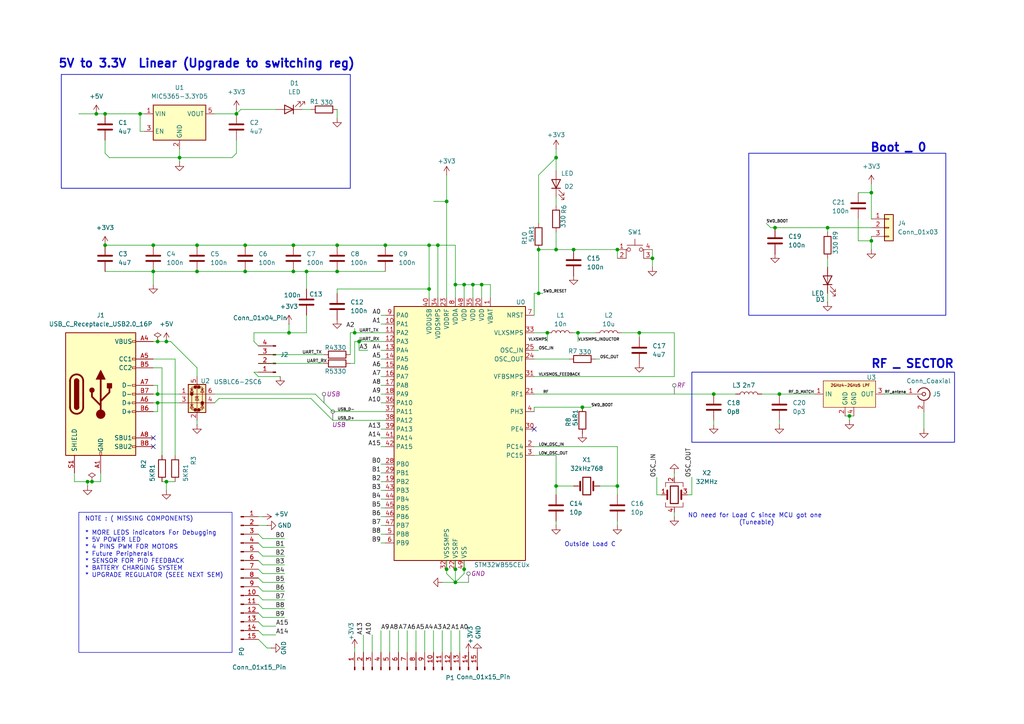
<source format=kicad_sch>
(kicad_sch (version 20231120) (generator "eeschema") (generator_version "8.0")
  (paper "A4")
  (title_block (date "2024-06-13") (rev "A"))
  (junction (at 132.08 82.55))
  (junction (at 179.07 72.39))
  (junction (at 124.46 83.82))
  (junction (at 252.73 69.85))
  (junction (at 207.01 114.3))
  (junction (at 158.75 96.52))
  (junction (at 44.45 78.74))
  (junction (at 139.7 82.55))
  (junction (at 132.08 168.91))
  (junction (at 48.26 139.7))
  (junction (at 129.54 58.42))
  (junction (at 240.03 66.04))
  (junction (at 48.26 99.06))
  (junction (at 25.4 139.7))
  (junction (at 132.08 165.1))
  (junction (at 156.21 85.09))
  (junction (at 30.48 71.12))
  (junction (at 26.67 139.7))
  (junction (at 111.76 71.12))
  (junction (at 57.15 71.12))
  (junction (at 156.21 72.39))
  (junction (at 104.14 99.06))
  (junction (at 134.62 165.1))
  (junction (at 127 71.12))
  (junction (at 226.06 114.3))
  (junction (at 27.94 33.02))
  (junction (at 161.29 45.72))
  (junction (at 52.07 45.72))
  (junction (at 179.07 140.97))
  (junction (at 71.12 78.74))
  (junction (at 85.09 78.74))
  (junction (at 134.62 82.55))
  (junction (at 88.9 78.74))
  (junction (at 161.29 72.39))
  (junction (at 30.48 33.02))
  (junction (at 45.72 114.3))
  (junction (at 246.38 120.65))
  (junction (at 68.58 33.02))
  (junction (at 97.79 71.12))
  (junction (at 97.79 78.74))
  (junction (at 185.42 96.52))
  (junction (at 57.15 78.74))
  (junction (at 224.79 66.04))
  (junction (at 85.09 71.12))
  (junction (at 189.23 74.93))
  (junction (at 71.12 71.12))
  (junction (at 161.29 140.97))
  (junction (at 124.46 71.12))
  (junction (at 45.72 116.84))
  (junction (at 129.54 165.1))
  (junction (at 102.87 96.52))
  (junction (at 167.64 96.52))
  (junction (at 168.91 118.11))
  (junction (at 166.37 72.39))
  (junction (at 137.16 82.55))
  (junction (at 44.45 71.12))
  (junction (at 252.73 55.88))
  (junction (at 40.64 33.02))
  (junction (at 83.82 96.52))
  (junction (at 45.72 99.06))
  (no_connect (at 44.45 127))
  (no_connect (at 44.45 129.54))
  (no_connect (at 154.94 124.46))
  (wire (pts (xy 110.49 152.4) (xy 111.76 152.4)))
  (wire (pts (xy 223.52 66.04) (xy 222.25 64.77)))
  (wire (pts (xy 125.73 182.88) (xy 125.73 189.23)))
  (wire (pts (xy 110.49 149.86) (xy 111.76 149.86)))
  (wire (pts (xy 179.07 72.39) (xy 179.07 74.93)))
  (wire (pts (xy 154.94 96.52) (xy 158.75 96.52)))
  (wire (pts (xy 156.21 72.39) (xy 156.21 85.09)))
  (wire (pts (xy 82.55 161.29) (xy 76.2 161.29)))
  (wire (pts (xy 132.08 165.1) (xy 132.08 168.91)))
  (wire (pts (xy 185.42 96.52) (xy 185.42 97.79)))
  (wire (pts (xy 82.55 156.21) (xy 76.2 156.21)))
  (wire (pts (xy 132.08 162.56) (xy 132.08 165.1)))
  (wire (pts (xy 82.55 163.83) (xy 76.2 163.83)))
  (wire (pts (xy 88.9 78.74) (xy 88.9 83.82)))
  (wire (pts (xy 110.49 134.62) (xy 111.76 134.62)))
  (wire (pts (xy 97.79 31.75) (xy 97.79 34.29)))
  (wire (pts (xy 180.34 96.52) (xy 185.42 96.52)))
  (wire (pts (xy 85.09 78.74) (xy 88.9 78.74)))
  (wire (pts (xy 128.27 182.88) (xy 128.27 189.23)))
  (wire (pts (xy 45.72 116.84) (xy 52.07 116.84)))
  (wire (pts (xy 110.49 116.84) (xy 111.76 116.84)))
  (wire (pts (xy 96.52 121.92) (xy 111.76 121.92)))
  (wire (pts (xy 76.2 156.21) (xy 74.93 154.94)))
  (wire (pts (xy 132.08 71.12) (xy 132.08 82.55)))
  (wire (pts (xy 129.54 58.42) (xy 129.54 86.36)))
  (wire (pts (xy 80.01 31.75) (xy 69.85 31.75)))
  (wire (pts (xy 132.08 82.55) (xy 132.08 86.36)))
  (wire (pts (xy 96.52 119.38) (xy 111.76 119.38)))
  (wire (pts (xy 104.14 99.06) (xy 111.76 99.06)))
  (wire (pts (xy 110.49 137.16) (xy 111.76 137.16)))
  (wire (pts (xy 110.49 124.46) (xy 111.76 124.46)))
  (wire (pts (xy 110.49 144.78) (xy 111.76 144.78)))
  (wire (pts (xy 82.55 176.53) (xy 76.2 176.53)))
  (wire (pts (xy 110.49 127) (xy 111.76 127)))
  (wire (pts (xy 224.79 66.04) (xy 223.52 66.04)))
  (wire (pts (xy 154.94 114.3) (xy 207.01 114.3)))
  (wire (pts (xy 83.82 96.52) (xy 88.9 96.52)))
  (wire (pts (xy 76.2 168.91) (xy 74.93 167.64)))
  (wire (pts (xy 74.93 105.41) (xy 93.98 105.41)))
  (wire (pts (xy 80.01 184.15) (xy 76.2 184.15)))
  (wire (pts (xy 220.98 114.3) (xy 226.06 114.3)))
  (wire (pts (xy 102.87 187.96) (xy 102.87 189.23)))
  (wire (pts (xy 45.72 116.84) (xy 45.72 119.38)))
  (wire (pts (xy 113.03 182.88) (xy 113.03 189.23)))
  (wire (pts (xy 189.23 72.39) (xy 189.23 74.93)))
  (wire (pts (xy 82.55 158.75) (xy 76.2 158.75)))
  (wire (pts (xy 110.49 142.24) (xy 111.76 142.24)))
  (wire (pts (xy 134.62 165.1) (xy 134.62 166.37)))
  (wire (pts (xy 267.97 119.38) (xy 267.97 124.46)))
  (wire (pts (xy 142.24 86.36) (xy 142.24 82.55)))
  (wire (pts (xy 69.85 31.75) (xy 68.58 33.02)))
  (wire (pts (xy 142.24 82.55) (xy 139.7 82.55)))
  (wire (pts (xy 82.55 179.07) (xy 76.2 179.07)))
  (wire (pts (xy 161.29 72.39) (xy 166.37 72.39)))
  (wire (pts (xy 76.2 179.07) (xy 74.93 177.8)))
  (wire (pts (xy 129.54 50.8) (xy 129.54 58.42)))
  (wire (pts (xy 44.45 78.74) (xy 57.15 78.74)))
  (wire (pts (xy 87.63 31.75) (xy 90.17 31.75)))
  (wire (pts (xy 57.15 121.92) (xy 57.15 123.19)))
  (wire (pts (xy 82.55 166.37) (xy 76.2 166.37)))
  (wire (pts (xy 161.29 67.31) (xy 161.29 72.39)))
  (wire (pts (xy 156.21 64.77) (xy 156.21 50.8)))
  (wire (pts (xy 129.54 166.37) (xy 132.08 168.91)))
  (wire (pts (xy 179.07 129.54) (xy 179.07 140.97)))
  (wire (pts (xy 27.94 33.02) (xy 22.86 33.02)))
  (wire (pts (xy 161.29 59.69) (xy 161.29 57.15)))
  (wire (pts (xy 167.64 96.52) (xy 166.37 96.52)))
  (wire (pts (xy 154.94 132.08) (xy 161.29 132.08)))
  (wire (pts (xy 200.66 138.43) (xy 200.66 143.51)))
  (wire (pts (xy 40.64 33.02) (xy 41.91 33.02)))
  (wire (pts (xy 156.21 101.6) (xy 154.94 101.6)))
  (wire (pts (xy 161.29 43.18) (xy 161.29 45.72)))
  (wire (pts (xy 130.81 182.88) (xy 130.81 189.23)))
  (wire (pts (xy 44.45 78.74) (xy 44.45 82.55)))
  (wire (pts (xy 124.46 71.12) (xy 124.46 83.82)))
  (wire (pts (xy 256.54 114.3) (xy 262.89 114.3)))
  (wire (pts (xy 76.2 163.83) (xy 74.93 162.56)))
  (wire (pts (xy 31.75 45.72) (xy 52.07 45.72)))
  (wire (pts (xy 71.12 78.74) (xy 85.09 78.74)))
  (wire (pts (xy 110.49 114.3) (xy 111.76 114.3)))
  (wire (pts (xy 245.11 120.65) (xy 246.38 120.65)))
  (wire (pts (xy 124.46 83.82) (xy 124.46 86.36)))
  (wire (pts (xy 62.23 114.3) (xy 91.44 114.3)))
  (wire (pts (xy 76.2 161.29) (xy 74.93 160.02)))
  (wire (pts (xy 63.5 115.57) (xy 62.23 116.84)))
  (wire (pts (xy 127 71.12) (xy 132.08 71.12)))
  (wire (pts (xy 52.07 43.18) (xy 52.07 45.72)))
  (wire (pts (xy 154.94 109.22) (xy 195.58 109.22)))
  (wire (pts (xy 82.55 168.91) (xy 76.2 168.91)))
  (wire (pts (xy 91.44 114.3) (xy 96.52 119.38)))
  (wire (pts (xy 29.21 137.16) (xy 29.21 139.7)))
  (wire (pts (xy 154.94 118.11) (xy 154.94 119.38)))
  (wire (pts (xy 195.58 138.43) (xy 195.58 137.16)))
  (wire (pts (xy 168.91 118.11) (xy 171.45 118.11)))
  (wire (pts (xy 134.62 166.37) (xy 132.08 168.91)))
  (wire (pts (xy 137.16 82.55) (xy 134.62 82.55)))
  (wire (pts (xy 30.48 44.45) (xy 31.75 45.72)))
  (wire (pts (xy 161.29 132.08) (xy 161.29 140.97)))
  (wire (pts (xy 111.76 71.12) (xy 124.46 71.12)))
  (wire (pts (xy 226.06 114.3) (xy 236.22 114.3)))
  (wire (pts (xy 106.68 101.6) (xy 104.14 101.6)))
  (wire (pts (xy 44.45 99.06) (xy 45.72 99.06)))
  (wire (pts (xy 190.5 143.51) (xy 191.77 143.51)))
  (wire (pts (xy 44.45 116.84) (xy 45.72 116.84)))
  (wire (pts (xy 200.66 143.51) (xy 199.39 143.51)))
  (wire (pts (xy 110.49 182.88) (xy 110.49 189.23)))
  (wire (pts (xy 44.45 111.76) (xy 45.72 111.76)))
  (wire (pts (xy 71.12 71.12) (xy 57.15 71.12)))
  (wire (pts (xy 52.07 45.72) (xy 52.07 46.99)))
  (wire (pts (xy 40.64 38.1) (xy 41.91 38.1)))
  (wire (pts (xy 62.23 33.02) (xy 68.58 33.02)))
  (wire (pts (xy 105.41 184.15) (xy 105.41 189.23)))
  (wire (pts (xy 172.72 104.14) (xy 173.99 104.14)))
  (wire (pts (xy 107.95 184.15) (xy 107.95 189.23)))
  (wire (pts (xy 207.01 123.19) (xy 207.01 121.92)))
  (wire (pts (xy 73.66 96.52) (xy 83.82 96.52)))
  (wire (pts (xy 102.87 96.52) (xy 111.76 96.52)))
  (wire (pts (xy 40.64 33.02) (xy 40.64 38.1)))
  (wire (pts (xy 133.35 182.88) (xy 133.35 189.23)))
  (wire (pts (xy 129.54 162.56) (xy 129.54 165.1)))
  (wire (pts (xy 88.9 78.74) (xy 97.79 78.74)))
  (wire (pts (xy 224.79 66.04) (xy 240.03 66.04)))
  (wire (pts (xy 101.6 96.52) (xy 101.6 102.87)))
  (wire (pts (xy 76.2 176.53) (xy 74.93 175.26)))
  (wire (pts (xy 78.74 187.96) (xy 77.47 187.96)))
  (wire (pts (xy 81.28 109.22) (xy 74.93 109.22)))
  (wire (pts (xy 76.2 173.99) (xy 74.93 172.72)))
  (wire (pts (xy 195.58 96.52) (xy 185.42 96.52)))
  (wire (pts (xy 173.99 140.97) (xy 179.07 140.97)))
  (wire (pts (xy 134.62 82.55) (xy 134.62 86.36)))
  (wire (pts (xy 118.11 182.88) (xy 118.11 189.23)))
  (wire (pts (xy 110.49 147.32) (xy 111.76 147.32)))
  (wire (pts (xy 44.45 104.14) (xy 50.8 104.14)))
  (wire (pts (xy 46.99 106.68) (xy 46.99 132.08)))
  (wire (pts (xy 195.58 109.22) (xy 195.58 96.52)))
  (wire (pts (xy 73.66 107.95) (xy 74.93 107.95)))
  (wire (pts (xy 252.73 55.88) (xy 252.73 63.5)))
  (wire (pts (xy 110.49 154.94) (xy 111.76 154.94)))
  (wire (pts (xy 102.87 99.06) (xy 102.87 105.41)))
  (wire (pts (xy 110.49 109.22) (xy 111.76 109.22)))
  (wire (pts (xy 101.6 105.41) (xy 102.87 105.41)))
  (wire (pts (xy 76.2 158.75) (xy 74.93 157.48)))
  (wire (pts (xy 21.59 137.16) (xy 21.59 139.7)))
  (wire (pts (xy 123.19 182.88) (xy 123.19 189.23)))
  (wire (pts (xy 115.57 182.88) (xy 115.57 189.23)))
  (wire (pts (xy 88.9 91.44) (xy 88.9 96.52)))
  (wire (pts (xy 48.26 139.7) (xy 50.8 139.7)))
  (wire (pts (xy 83.82 93.98) (xy 83.82 96.52)))
  (wire (pts (xy 252.73 53.34) (xy 252.73 55.88)))
  (wire (pts (xy 76.2 184.15) (xy 74.93 182.88)))
  (wire (pts (xy 248.92 63.5) (xy 248.92 69.85)))
  (wire (pts (xy 30.48 40.64) (xy 30.48 44.45)))
  (wire (pts (xy 49.53 99.06) (xy 57.15 106.68)))
  (wire (pts (xy 82.55 173.99) (xy 76.2 173.99)))
  (wire (pts (xy 73.66 96.52) (xy 73.66 99.06)))
  (wire (pts (xy 97.79 71.12) (xy 111.76 71.12)))
  (wire (pts (xy 102.87 99.06) (xy 104.14 99.06)))
  (wire (pts (xy 156.21 85.09) (xy 157.48 85.09)))
  (wire (pts (xy 68.58 31.75) (xy 68.58 33.02)))
  (wire (pts (xy 246.38 120.65) (xy 246.38 121.92)))
  (wire (pts (xy 156.21 50.8) (xy 161.29 45.72)))
  (wire (pts (xy 74.93 152.4) (xy 77.47 152.4)))
  (wire (pts (xy 25.4 139.7) (xy 25.4 140.97)))
  (wire (pts (xy 110.49 106.68) (xy 111.76 106.68)))
  (wire (pts (xy 50.8 104.14) (xy 50.8 132.08)))
  (wire (pts (xy 76.2 171.45) (xy 74.93 170.18)))
  (wire (pts (xy 190.5 138.43) (xy 190.5 143.51)))
  (wire (pts (xy 139.7 86.36) (xy 139.7 82.55)))
  (wire (pts (xy 240.03 66.04) (xy 240.03 67.31)))
  (wire (pts (xy 154.94 85.09) (xy 156.21 85.09)))
  (wire (pts (xy 52.07 45.72) (xy 67.31 45.72)))
  (wire (pts (xy 97.79 78.74) (xy 111.76 78.74)))
  (wire (pts (xy 30.48 71.12) (xy 44.45 71.12)))
  (wire (pts (xy 102.87 95.25) (xy 102.87 96.52)))
  (wire (pts (xy 240.03 74.93) (xy 240.03 77.47)))
  (wire (pts (xy 154.94 104.14) (xy 165.1 104.14)))
  (wire (pts (xy 252.73 69.85) (xy 252.73 72.39)))
  (wire (pts (xy 90.17 115.57) (xy 63.5 115.57)))
  (wire (pts (xy 166.37 72.39) (xy 179.07 72.39)))
  (wire (pts (xy 179.07 140.97) (xy 179.07 143.51)))
  (wire (pts (xy 195.58 148.59) (xy 195.58 149.86)))
  (wire (pts (xy 167.64 99.06) (xy 167.64 96.52)))
  (wire (pts (xy 161.29 140.97) (xy 161.29 143.51)))
  (wire (pts (xy 110.49 139.7) (xy 111.76 139.7)))
  (wire (pts (xy 44.45 106.68) (xy 46.99 106.68)))
  (wire (pts (xy 246.38 120.65) (xy 247.65 120.65)))
  (wire (pts (xy 161.29 45.72) (xy 161.29 49.53)))
  (wire (pts (xy 110.49 111.76) (xy 111.76 111.76)))
  (wire (pts (xy 125.73 58.42) (xy 129.54 58.42)))
  (wire (pts (xy 124.46 71.12) (xy 127 71.12)))
  (wire (pts (xy 128.27 168.91) (xy 132.08 168.91)))
  (wire (pts (xy 110.49 93.98) (xy 111.76 93.98)))
  (wire (pts (xy 137.16 82.55) (xy 137.16 86.36)))
  (wire (pts (xy 30.48 33.02) (xy 27.94 33.02)))
  (wire (pts (xy 134.62 162.56) (xy 134.62 165.1)))
  (wire (pts (xy 110.49 129.54) (xy 111.76 129.54)))
  (wire (pts (xy 161.29 151.13) (xy 161.29 152.4)))
  (wire (pts (xy 167.64 96.52) (xy 172.72 96.52)))
  (wire (pts (xy 134.62 82.55) (xy 132.08 82.55)))
  (wire (pts (xy 226.06 123.19) (xy 226.06 121.92)))
  (wire (pts (xy 110.49 91.44) (xy 111.76 91.44)))
  (wire (pts (xy 207.01 114.3) (xy 213.36 114.3)))
  (wire (pts (xy 26.67 139.7) (xy 29.21 139.7)))
  (wire (pts (xy 96.52 121.92) (xy 90.17 115.57)))
  (wire (pts (xy 45.72 99.06) (xy 48.26 99.06)))
  (wire (pts (xy 97.79 71.12) (xy 85.09 71.12)))
  (wire (pts (xy 30.48 33.02) (xy 40.64 33.02)))
  (wire (pts (xy 139.7 82.55) (xy 137.16 82.55)))
  (wire (pts (xy 76.2 149.86) (xy 74.93 149.86)))
  (wire (pts (xy 179.07 151.13) (xy 179.07 152.4)))
  (wire (pts (xy 189.23 74.93) (xy 189.23 77.47)))
  (wire (pts (xy 240.03 85.09) (xy 240.03 87.63)))
  (wire (pts (xy 57.15 71.12) (xy 44.45 71.12)))
  (wire (pts (xy 46.99 139.7) (xy 48.26 139.7)))
  (wire (pts (xy 44.45 119.38) (xy 45.72 119.38)))
  (wire (pts (xy 248.92 55.88) (xy 252.73 55.88)))
  (wire (pts (xy 48.26 99.06) (xy 49.53 99.06)))
  (wire (pts (xy 120.65 182.88) (xy 120.65 189.23)))
  (wire (pts (xy 74.93 102.87) (xy 93.98 102.87)))
  (wire (pts (xy 68.58 44.45) (xy 67.31 45.72)))
  (wire (pts (xy 252.73 68.58) (xy 252.73 69.85)))
  (wire (pts (xy 45.72 111.76) (xy 45.72 114.3)))
  (wire (pts (xy 76.2 166.37) (xy 74.93 165.1)))
  (wire (pts (xy 74.93 109.22) (xy 73.66 107.95)))
  (wire (pts (xy 77.47 187.96) (xy 74.93 185.42)))
  (wire (pts (xy 110.49 157.48) (xy 111.76 157.48)))
  (wire (pts (xy 102.87 96.52) (xy 101.6 96.52)))
  (wire (pts (xy 57.15 106.68) (xy 57.15 109.22)))
  (wire (pts (xy 248.92 69.85) (xy 252.73 69.85)))
  (wire (pts (xy 154.94 85.09) (xy 154.94 91.44)))
  (wire (pts (xy 48.26 139.7) (xy 48.26 142.24)))
  (wire (pts (xy 104.14 101.6) (xy 104.14 99.06)))
  (wire (pts (xy 80.01 181.61) (xy 76.2 181.61)))
  (wire (pts (xy 154.94 118.11) (xy 168.91 118.11)))
  (wire (pts (xy 110.49 104.14) (xy 111.76 104.14)))
  (wire (pts (xy 154.94 129.54) (xy 179.07 129.54)))
  (wire (pts (xy 73.66 99.06) (xy 74.93 100.33)))
  (wire (pts (xy 156.21 72.39) (xy 161.29 72.39)))
  (wire (pts (xy 97.79 83.82) (xy 97.79 85.09)))
  (wire (pts (xy 129.54 165.1) (xy 129.54 166.37)))
  (wire (pts (xy 76.2 181.61) (xy 74.93 180.34)))
  (wire (pts (xy 124.46 83.82) (xy 97.79 83.82)))
  (wire (pts (xy 85.09 71.12) (xy 71.12 71.12)))
  (wire (pts (xy 158.75 99.06) (xy 158.75 96.52)))
  (wire (pts (xy 240.03 66.04) (xy 252.73 66.04)))
  (wire (pts (xy 127 71.12) (xy 127 86.36)))
  (wire (pts (xy 21.59 139.7) (xy 25.4 139.7)))
  (wire (pts (xy 30.48 78.74) (xy 44.45 78.74)))
  (wire (pts (xy 25.4 139.7) (xy 26.67 139.7)))
  (wire (pts (xy 161.29 140.97) (xy 166.37 140.97)))
  (wire (pts (xy 82.55 171.45) (xy 76.2 171.45)))
  (wire (pts (xy 68.58 40.64) (xy 68.58 44.45)))
  (wire (pts (xy 110.49 101.6) (xy 111.76 101.6)))
  (wire (pts (xy 45.72 114.3) (xy 52.07 114.3)))
  (wire (pts (xy 44.45 114.3) (xy 45.72 114.3)))
  (wire (pts (xy 135.89 168.91) (xy 132.08 168.91)))
  (wire (pts (xy 57.15 78.74) (xy 71.12 78.74)))
  (rectangle (start 17.78 21.59) (end 101.6 54.61) (stroke (width 0.2)))
  (rectangle (start 217.17 44.45) (end 274.32 91.44) (stroke (width 0.2)))
  (rectangle (start 22.86 148.59) (end 67.31 189.23))
  (rectangle (start 200.66 107.95) (end 276.86 128.27) (stroke (width 0.2)))
  (text "5V to 3.3V  Linear (Upgrade to switching reg)" (at 59.944 18.542 0) (effects (font (size 2.414 2.414) (bold yes))))
  (text "RF _ SECTOR" (at 264.668 105.664 0) (effects (font (size 2.414 2.414) (bold yes))))
  (text "NOTE : ( MISSING COMPONENTS)\n\n* MORE LEDS indicators For Debugging\n* 5V POWER LED\n* 4 PINS PWM FOR MOTORS \n* Future Peripherals\n* SENSOR FOR PID FEEDBACK\n* BATTERY CHARGING SYSTEM \n* UPGRADE REGULATOR (SEEE NEXT SEM)" (at 24.638 158.75 0) (effects (font (size 1.27 1.27)) (justify left)))
  (text "NO need for Load C since MCU got one \n(Tuneable)" (at 219.456 150.622 0) (effects (font (size 1.27 1.27))))
  (text "Boot _ 0" (at 260.604 42.926 0) (effects (font (size 2.414 2.414) (bold yes))))
  (text " Outside Load C" (at 170.688 157.988 0) (effects (font (size 1.27 1.27))))
  (label "B4" (at 110.49 144.78 180))
  (label "A7" (at 110.49 109.22 180))
  (label "A14" (at 110.49 127 180))
  (label "B0" (at 82.55 156.21 180))
  (label "A6" (at 110.49 106.68 180))
  (label "UART_TX" (at 87.63 102.87 0) (effects (font (size 0.9 0.9))))
  (label "LOW_OSC_IN" (at 156.21 129.54 0) (effects (font (size 0.8 0.8))))
  (label "B5" (at 110.49 147.32 180))
  (label "A1" (at 130.81 182.88 0))
  (label "A8" (at 110.49 111.76 180))
  (label "LOW_OSC_OUT" (at 156.21 132.08 0) (effects (font (size 0.8 0.8))))
  (label "A13" (at 110.49 124.46 180))
  (label "OSC_OUT" (at 200.66 138.43 90))
  (label "A2" (at 102.87 95.25 180))
  (label "RF_antena" (at 256.54 114.3 0) (effects (font (size 0.8 0.8))))
  (label "SWD_BOOT" (at 222.25 64.77 0) (effects (font (size 0.8 0.8))))
  (label "USB_D-" (at 102.87 119.38 180) (effects (font (size 0.8 0.8))))
  (label "B3" (at 82.55 163.83 180))
  (label "UART_RX" (at 104.14 99.06 0) (effects (font (size 0.9 0.9))))
  (label "OSC_IN" (at 190.5 138.43 90))
  (label "A9" (at 110.49 182.88 0))
  (label "RF" (at 157.48 114.3 0) (effects (font (size 0.8 0.8))))
  (label "A15" (at 80.01 181.61 0))
  (label "SWD_RESET" (at 157.48 85.09 0) (effects (font (size 0.8 0.8))))
  (label "B7" (at 110.49 152.4 180))
  (label "A7" (at 115.57 182.88 0))
  (label "OSC_IN" (at 156.21 101.6 0) (effects (font (size 0.8 0.8))))
  (label "A10" (at 107.95 184.15 90))
  (label "A13" (at 105.41 184.15 90))
  (label "B7" (at 82.55 173.99 180))
  (label "B1" (at 82.55 158.75 180))
  (label "A10" (at 110.49 116.84 180))
  (label "OSC_OUT" (at 173.99 104.14 0) (effects (font (size 0.8 0.8))))
  (label "A0" (at 133.35 182.88 0))
  (label "A4" (at 123.19 182.88 0))
  (label "A2" (at 128.27 182.88 0))
  (label "A6" (at 118.11 182.88 0))
  (label "VLXSMPS" (at 158.75 99.06 180) (effects (font (size 0.8 0.8))))
  (label "B4" (at 82.55 166.37 180))
  (label "B1" (at 110.49 137.16 180))
  (label "RF_D_MATCH" (at 228.6 114.3 0) (effects (font (size 0.8 0.8))))
  (label "A5" (at 110.49 104.14 180))
  (label "A15" (at 110.49 129.54 180))
  (label "B5" (at 82.55 168.91 180))
  (label "UART_RX" (at 88.9 105.41 0) (effects (font (size 0.9 0.9))))
  (label "A9" (at 110.49 114.3 180))
  (label "SWD_BOOT" (at 171.45 118.11 0) (effects (font (size 0.8 0.8))))
  (label "A1" (at 110.49 93.98 180))
  (label "A3" (at 125.73 182.88 0))
  (label "A4" (at 110.49 101.6 180))
  (label "B2" (at 110.49 139.7 180))
  (label "UART_TX" (at 104.14 96.52 0) (effects (font (size 0.9 0.9))))
  (label "B8" (at 110.49 154.94 180))
  (label "A8" (at 113.03 182.88 0))
  (label "VLXSMPS_INDUCTOR" (at 167.64 99.06 0) (effects (font (size 0.8 0.8))))
  (label "B8" (at 82.55 176.53 180))
  (label "B6" (at 82.55 171.45 180))
  (label "B9" (at 82.55 179.07 180))
  (label "B2" (at 82.55 161.29 180))
  (label "A14" (at 80.01 184.15 0))
  (label "VLXSMOS_FEEDBACK" (at 156.21 109.22 0) (effects (font (size 0.8 0.8))))
  (label "A5" (at 120.65 182.88 0))
  (label "B3" (at 110.49 142.24 180))
  (label "USB_D+" (at 102.87 121.92 180) (effects (font (size 0.8 0.8))))
  (label "B6" (at 110.49 149.86 180))
  (label "A3" (at 106.68 101.6 180))
  (label "A0" (at 110.49 91.44 180))
  (label "B0" (at 110.49 134.62 180))
  (label "B9" (at 110.49 157.48 180))
  (netclass_flag "" (length 2.54) (shape round) (at 195.58 114.3 0) (property "Netclass" "RF" (at 196.2785 111.76 0) (effects (font (italic yes)) (justify left))))
  (netclass_flag "" (length 2.54) (shape round) (at 135.89 168.91 0) (property "Netclass" "GND" (at 136.5885 166.37 0) (effects (font (italic yes)) (justify left))))
  (netclass_flag "" (length 2.54) (shape round) (at 93.98 116.84 0) (property "Netclass" "USB" (at 94.6785 114.3 0) (effects (font (italic yes)) (justify left))))
  (netclass_flag "" (length 2.54) (shape round) (at 96.52 121.92 0) (property "Netclass" "USB" (at 96.266 123.19 0) (effects (font (italic yes)) (justify left))))
  (symbol (lib_name "GND_4") (lib_id "power:GND") (at 267.97 124.46 0) (unit 1)
    (property "Reference" "#PWR033" (effects (hide yes)))
    (property "Value" "GND" (effects (hide yes)))
    (property "Description" "Power symbol creates a global label with name \"GND\" , ground" (effects (hide yes)))
  )
  (symbol (lib_name "GND_4") (lib_id "power:GND") (at 226.06 123.19 0) (unit 1)
    (property "Reference" "#PWR029" (effects (hide yes)))
    (property "Value" "GND" (effects (hide yes)))
    (property "Description" "Power symbol creates a global label with name \"GND\" , ground" (effects (hide yes)))
  )
  (symbol (lib_id "KICAD_Library:DLF162500LT-5028A1") (at 246.38 113.03 0) (unit 1)
    (property "Reference" "U3" (at 252.73 109.474 0))
    (property "Value" "DLF162500LT-5028A1" (effects (hide yes)))
    (property "Footprint" "MY_PCB_library:DLF162500LT-5028A1" (effects (hide yes)))
    (property "Datasheet" "https://product.tdk.com/system/files/dam/doc/product/rf/rf/filter/catalog/rf_lpf_dlf162500lt-5028a1_en.pdf" (effects (hide yes)))
    (property "Distributor Link" "https://my.mouser.com/ProductDetail/TDK/DLF162500LT-5028A1?qs=U%2FZX79kHR%2FlwIbAISCs3qA%3D%3D" (effects (hide yes)))
    (property "Manufactor" "TDK" (effects (hide yes)))
    (property "Part Number" " DLF162500LT-5028A1" (effects (hide yes)))
  )
  (symbol (lib_name "GND_4") (lib_id "power:GND") (at 168.91 125.73 0) (unit 1)
    (property "Reference" "#PWR023" (effects (hide yes)))
    (property "Value" "GND" (effects (hide yes)))
    (property "Description" "Power symbol creates a global label with name \"GND\" , ground" (effects (hide yes)))
  )
  (symbol (lib_id "Connector_Generic:Conn_01x03") (at 257.81 66.04 0) (unit 1)
    (property "Reference" "J4" (at 260.35 64.7699 0) (effects (justify left)))
    (property "Value" "Conn_01x03" (at 260.35 67.3099 0) (effects (justify left)))
    (property "Footprint" "Connector_PinHeader_2.54mm:PinHeader_1x03_P2.54mm_Vertical" (effects (hide yes)))
    (property "Description" "Generic connector, single row, 01x03, script generated (kicad-library-utils/schlib/autogen/connector/)" (effects (hide yes)))
  )
  (symbol (lib_id "Device:C") (at 30.48 74.93 0) (unit 1)
    (property "Reference" "C3" (at 34.29 73.6599 0) (effects (justify left)))
    (property "Value" "4u7" (at 34.29 76.1999 0) (effects (justify left)))
    (property "Footprint" "Capacitor_SMD:C_0603_1608Metric" (effects (hide yes)))
  )
  (symbol (lib_id "Device:R") (at 93.98 31.75 90) (unit 1)
    (property "Reference" "R1" (at 91.186 29.464 90))
    (property "Value" "330" (at 94.742 29.718 90))
    (property "Footprint" "Resistor_SMD:R_0402_1005Metric" (effects (hide yes)))
    (property "Description" "Resistor" (effects (hide yes)))
  )
  (symbol (lib_id "Device:C") (at 30.48 36.83 0) (unit 1)
    (property "Reference" "C1" (at 34.29 35.5599 0) (effects (justify left)))
    (property "Value" "4u7" (at 34.29 38.0999 0) (effects (justify left)))
    (property "Footprint" "Capacitor_SMD:C_0603_1608Metric" (effects (hide yes)))
  )
  (symbol (lib_name "GND_4") (lib_id "power:GND") (at 97.79 34.29 0) (unit 1)
    (property "Reference" "#PWR014" (effects (hide yes)))
    (property "Value" "GND" (effects (hide yes)))
    (property "Description" "Power symbol creates a global label with name \"GND\" , ground" (effects (hide yes)))
  )
  (symbol (lib_id "power:GND") (at 77.47 152.4 90) (unit 1)
    (property "Reference" "#PWR018" (effects (hide yes)))
    (property "Value" "GND" (at 82.55 152.4 90))
    (property "Description" "Power symbol creates a global label with name \"GND\" , ground" (effects (hide yes)))
  )
  (symbol (lib_id "Device:C") (at 97.79 74.93 0) (unit 1)
    (property "Reference" "C8" (at 101.6 73.6599 0) (effects (justify left)))
    (property "Value" "100n" (at 101.6 76.1999 0) (effects (justify left)))
    (property "Footprint" "Capacitor_SMD:C_0402_1005Metric" (effects (hide yes)))
  )
  (symbol (lib_id "Device:R") (at 168.91 121.92 180) (unit 1)
    (property "Reference" "R8" (at 164.846 122.428 90))
    (property "Value" "5kR1" (at 166.878 121.158 90))
    (property "Footprint" "Resistor_SMD:R_0402_1005Metric" (effects (hide yes)))
    (property "Description" "Resistor" (effects (hide yes)))
  )
  (symbol (lib_name "GND_4") (lib_id "power:GND") (at 179.07 152.4 0) (unit 1)
    (property "Reference" "#PWR021" (effects (hide yes)))
    (property "Value" "GND" (effects (hide yes)))
    (property "Description" "Power symbol creates a global label with name \"GND\" , ground" (effects (hide yes)))
  )
  (symbol (lib_id "Device:C") (at 97.79 88.9 0) (unit 1)
    (property "Reference" "C12" (at 101.6 87.6299 0) (effects (justify left)))
    (property "Value" "100n" (at 101.6 90.1699 0) (effects (justify left)))
    (property "Footprint" "Capacitor_SMD:C_0402_1005Metric" (effects (hide yes)))
  )
  (symbol (lib_name "GND_4") (lib_id "power:GND") (at 246.38 121.92 0) (unit 1)
    (property "Reference" "#PWR031" (effects (hide yes)))
    (property "Value" "GND" (effects (hide yes)))
    (property "Description" "Power symbol creates a global label with name \"GND\" , ground" (effects (hide yes)))
  )
  (symbol (lib_name "GND_4") (lib_id "power:GND") (at 48.26 142.24 0) (unit 1)
    (property "Reference" "#PWR05" (effects (hide yes)))
    (property "Value" "GND" (effects (hide yes)))
    (property "Description" "Power symbol creates a global label with name \"GND\" , ground" (effects (hide yes)))
  )
  (symbol (lib_name "+3V3_1") (lib_id "power:+3V3") (at 30.48 71.12 0) (unit 1)
    (property "Reference" "#PWR02" (effects (hide yes)))
    (property "Value" "+3V3" (at 30.48 66.04 0))
    (property "Description" "Power symbol creates a global label with name \"+3V3\"" (effects (hide yes)))
  )
  (symbol (lib_name "+3V3_1") (lib_id "power:+3V3") (at 252.73 53.34 0) (unit 1)
    (property "Reference" "#PWR011" (effects (hide yes)))
    (property "Value" "+3V3" (at 252.73 48.26 0))
    (property "Description" "Power symbol creates a global label with name \"+3V3\"" (effects (hide yes)))
  )
  (symbol (lib_name "GND_4") (lib_id "power:GND") (at 195.58 137.16 180) (unit 1)
    (property "Reference" "#PWR027" (effects (hide yes)))
    (property "Value" "GND" (effects (hide yes)))
    (property "Description" "Power symbol creates a global label with name \"GND\" , ground" (effects (hide yes)))
  )
  (symbol (lib_id "Device:C") (at 161.29 147.32 0) (unit 1)
    (property "Reference" "C14" (at 165.1 146.0499 0) (effects (justify left)))
    (property "Value" "10p" (at 165.1 148.5899 0) (effects (justify left)))
    (property "Footprint" "Capacitor_SMD:C_0402_1005Metric" (effects (hide yes)))
    (property "Description" "Unpolarized capacitor" (effects (hide yes)))
  )
  (symbol (lib_name "GND_4") (lib_id "power:GND") (at 189.23 77.47 0) (unit 1)
    (property "Reference" "#PWR026" (effects (hide yes)))
    (property "Value" "GND" (effects (hide yes)))
    (property "Description" "Power symbol creates a global label with name \"GND\" , ground" (effects (hide yes)))
  )
  (symbol (lib_name "GND_4") (lib_id "power:GND") (at 195.58 149.86 0) (unit 1)
    (property "Reference" "#PWR024" (effects (hide yes)))
    (property "Value" "GND" (effects (hide yes)))
    (property "Description" "Power symbol creates a global label with name \"GND\" , ground" (effects (hide yes)))
  )
  (symbol (lib_id "Device:C") (at 207.01 118.11 0) (unit 1)
    (property "Reference" "C18" (at 210.82 116.8399 0) (effects (justify left)))
    (property "Value" "0p8" (at 210.82 119.3799 0) (effects (justify left)))
    (property "Footprint" "Capacitor_SMD:C_0402_1005Metric" (effects (hide yes)))
  )
  (symbol (lib_id "Device:C") (at 44.45 74.93 0) (unit 1)
    (property "Reference" "C4" (at 48.26 73.6599 0) (effects (justify left)))
    (property "Value" "100n" (at 48.26 76.1999 0) (effects (justify left)))
    (property "Footprint" "Capacitor_SMD:C_0402_1005Metric" (effects (hide yes)))
  )
  (symbol (lib_name "GND_4") (lib_id "power:GND") (at 166.37 80.01 0) (unit 1)
    (property "Reference" "#PWR022" (effects (hide yes)))
    (property "Value" "GND" (effects (hide yes)))
    (property "Description" "Power symbol creates a global label with name \"GND\" , ground" (effects (hide yes)))
  )
  (symbol (lib_id "power:+5V") (at 27.94 33.02 0) (unit 1)
    (property "Reference" "#PWR013" (effects (hide yes)))
    (property "Value" "+5V" (at 27.94 27.94 0))
    (property "Description" "Power symbol creates a global label with name \"+5V\"" (effects (hide yes)))
  )
  (symbol (lib_id "Device:L") (at 217.17 114.3 90) (unit 1)
    (property "Reference" "L3" (at 213.614 111.76 90))
    (property "Value" "2n7" (at 217.17 111.76 90))
    (property "Footprint" "Inductor_SMD:L_0402_1005Metric" (effects (hide yes)))
    (property "Description" "Inductor" (effects (hide yes)))
  )
  (symbol (lib_id "Device:C") (at 68.58 36.83 0) (unit 1)
    (property "Reference" "C2" (at 72.39 35.5599 0) (effects (justify left)))
    (property "Value" "4u7" (at 72.39 38.0999 0) (effects (justify left)))
    (property "Footprint" "Capacitor_SMD:C_0603_1608Metric" (effects (hide yes)))
  )
  (symbol (lib_id "Device:R") (at 50.8 135.89 0) (unit 1)
    (property "Reference" "R3" (at 56.134 133.604 90))
    (property "Value" "5KR1" (at 53.848 137.16 90))
    (property "Footprint" "Resistor_SMD:R_0402_1005Metric" (effects (hide yes)))
    (property "Description" "Resistor" (effects (hide yes)))
  )
  (symbol (lib_id "Device:C") (at 166.37 76.2 0) (unit 1)
    (property "Reference" "C15" (at 170.18 74.9299 0) (effects (justify left)))
    (property "Value" "100n" (at 170.18 77.4699 0) (effects (justify left)))
    (property "Footprint" "Capacitor_SMD:C_0402_1005Metric" (effects (hide yes)))
  )
  (symbol (lib_id "Device:C") (at 226.06 118.11 0) (unit 1)
    (property "Reference" "C20" (at 229.87 116.8399 0) (effects (justify left)))
    (property "Value" "0p3" (at 229.87 119.3799 0) (effects (justify left)))
    (property "Footprint" "Inductor_SMD:L_0402_1005Metric" (effects (hide yes)))
  )
  (symbol (lib_name "GND_4") (lib_id "power:GND") (at 224.79 73.66 0) (unit 1)
    (property "Reference" "#PWR030" (effects (hide yes)))
    (property "Value" "GND" (effects (hide yes)))
    (property "Description" "Power symbol creates a global label with name \"GND\" , ground" (effects (hide yes)))
  )
  (symbol (lib_id "power:+3.3V") (at 129.54 50.8 0) (unit 1)
    (property "Reference" "#PWR017" (effects (hide yes)))
    (property "Value" "+3V3" (at 129.54 46.736 0))
    (property "Description" "Power symbol creates a global label with name \"+3.3V\"" (effects (hide yes)))
  )
  (symbol (lib_name "GND_4") (lib_id "power:GND") (at 252.73 72.39 0) (unit 1)
    (property "Reference" "#PWR035" (effects (hide yes)))
    (property "Value" "GND" (effects (hide yes)))
    (property "Description" "Power symbol creates a global label with name \"GND\" , ground" (effects (hide yes)))
  )
  (symbol (lib_name "GND_4") (lib_id "power:GND") (at 25.4 140.97 0) (unit 1)
    (property "Reference" "#PWR01" (effects (hide yes)))
    (property "Value" "GND" (effects (hide yes)))
    (property "Description" "Power symbol creates a global label with name \"GND\" , ground" (effects (hide yes)))
  )
  (symbol (lib_id "Switch:SW_MEC_5E") (at 184.15 74.93 0) (unit 1)
    (property "Reference" "SW1" (at 184.15 67.31 0))
    (property "Value" "SW_MEC_5E" (effects (hide yes)))
    (property "Footprint" "MY_PCB_library:TS18-5-25-SL-260-SMT-TR" (effects (hide yes)))
    (property "Datasheet" "http://www.apem.com/int/index.php?controller=attachment&id_attachment=1371" (effects (hide yes)))
    (property "Description" "MEC 5E single pole normally-open tactile switch" (effects (hide yes)))
  )
  (symbol (lib_name "GND_4") (lib_id "power:GND") (at 57.15 123.19 0) (unit 1)
    (property "Reference" "#PWR07" (effects (hide yes)))
    (property "Value" "GND" (effects (hide yes)))
    (property "Description" "Power symbol creates a global label with name \"GND\" , ground" (effects (hide yes)))
  )
  (symbol (lib_id "power:GND") (at 138.43 189.23 180) (unit 1)
    (property "Reference" "#PWR039" (effects (hide yes)))
    (property "Value" "GND" (at 138.684 183.388 90))
    (property "Description" "Power symbol creates a global label with name \"GND\" , ground" (effects (hide yes)))
  )
  (symbol (lib_id "Device:L") (at 162.56 96.52 90) (unit 1)
    (property "Reference" "L1" (at 162.56 91.44 90))
    (property "Value" "10n" (at 162.56 93.98 90))
    (property "Footprint" "Inductor_SMD:L_0402_1005Metric" (effects (hide yes)))
    (property "Description" "Inductor" (effects (hide yes)))
  )
  (symbol (lib_name "GND_4") (lib_id "power:GND") (at 240.03 87.63 0) (unit 1)
    (property "Reference" "#PWR032" (effects (hide yes)))
    (property "Value" "GND" (effects (hide yes)))
    (property "Description" "Power symbol creates a global label with name \"GND\" , ground" (effects (hide yes)))
  )
  (symbol (lib_id "Device:Crystal_GND24") (at 195.58 143.51 0) (unit 1)
    (property "Reference" "X2" (at 204.978 137.16 0))
    (property "Value" "32MHz" (at 204.978 139.7 0))
    (property "Footprint" "Crystal:Crystal_SMD_2016-4Pin_2.0x1.6mm" (effects (hide yes)))
    (property "Description" "Four pin crystal, GND on pins 2 and 4" (effects (hide yes)))
    (property "Distributor Link" "https://my.mouser.com/ProductDetail/NDK/NX2016SA-32M-EXS00A-CS06465?qs=w%2Fv1CP2dgqr82b0JjRnv4A%3D%3D" (effects (hide yes)))
    (property "Manufactor" "NDK" (effects (hide yes)))
    (property "Part Number" "NX2016SA-32M-EXS00A-CS06465" (effects (hide yes)))
  )
  (symbol (lib_id "Device:C") (at 85.09 74.93 0) (unit 1)
    (property "Reference" "C7" (at 88.9 73.66 0) (effects (justify left)))
    (property "Value" "100n" (at 88.9 76.2 0) (effects (justify left)))
    (property "Footprint" "Capacitor_SMD:C_0402_1005Metric" (effects (hide yes)))
  )
  (symbol (lib_id "power:GND") (at 78.74 187.96 90) (unit 1)
    (property "Reference" "#PWR034" (effects (hide yes)))
    (property "Value" "GND" (at 82.296 187.96 0))
    (property "Description" "Power symbol creates a global label with name \"GND\" , ground" (effects (hide yes)))
  )
  (symbol (lib_name "+3V3_1") (lib_id "power:+3V3") (at 68.58 31.75 0) (unit 1)
    (property "Reference" "#PWR036" (effects (hide yes)))
    (property "Value" "+3V3" (at 68.58 26.67 0))
    (property "Description" "Power symbol creates a global label with name \"+3V3\"" (effects (hide yes)))
  )
  (symbol (lib_id "Device:C") (at 224.79 69.85 0) (unit 1)
    (property "Reference" "C19" (at 228.6 68.5799 0) (effects (justify left)))
    (property "Value" "100n" (at 228.6 71.1199 0) (effects (justify left)))
    (property "Footprint" "Capacitor_SMD:C_0402_1005Metric" (effects (hide yes)))
  )
  (symbol (lib_name "GND_4") (lib_id "power:GND") (at 44.45 82.55 0) (unit 1)
    (property "Reference" "#PWR03" (effects (hide yes)))
    (property "Value" "GND" (effects (hide yes)))
    (property "Description" "Power symbol creates a global label with name \"GND\" , ground" (effects (hide yes)))
  )
  (symbol (lib_id "Device:L") (at 176.53 96.52 90) (unit 1)
    (property "Reference" "L2" (at 176.53 91.44 90))
    (property "Value" "10u" (at 176.53 93.98 90))
    (property "Footprint" "Inductor_SMD:L_0805_2012Metric" (effects (hide yes)))
    (property "Description" "Inductor" (effects (hide yes)))
  )
  (symbol (lib_id "Power_Protection:USBLC6-2SC6") (at 57.15 114.3 0) (unit 1)
    (property "Reference" "U2" (at 58.166 110.49 0) (effects (justify left)))
    (property "Value" "USBLC6-2SC6" (at 61.976 110.744 0) (effects (justify left)))
    (property "Footprint" "Package_TO_SOT_SMD:SOT-23-6" (effects (hide yes)))
    (property "Datasheet" "https://www.st.com/resource/en/datasheet/usblc6-2.pdf" (effects (hide yes)))
    (property "Description" "Very low capacitance ESD protection diode, 2 data-line, SOT-23-6" (effects (hide yes)))
    (property "Distributor Link" "https://my.mouser.com/ProductDetail/STMicroelectronics/USBLC6-2SC6?qs=po45yt2pPpu%2FhNIlwQdTlg%3D%3D" (effects (hide yes)))
    (property "Manufactor" "STMicroelectronics" (effects (hide yes)))
    (property "Part Number" "USBLC6-2SC6" (effects (hide yes)))
  )
  (symbol (lib_id "power:+3.3V") (at 161.29 43.18 0) (unit 1)
    (property "Reference" "#PWR020" (effects (hide yes)))
    (property "Value" "+3V3" (at 161.29 39.116 0))
    (property "Description" "Power symbol creates a global label with name \"+3.3V\"" (effects (hide yes)))
  )
  (symbol (lib_id "Device:R") (at 240.03 71.12 0) (unit 1)
    (property "Reference" "R9" (at 242.316 68.326 90))
    (property "Value" "330" (at 242.316 71.882 90))
    (property "Footprint" "Resistor_SMD:R_0402_1005Metric" (effects (hide yes)))
    (property "Description" "Resistor" (effects (hide yes)))
  )
  (symbol (lib_id "Device:C") (at 57.15 74.93 0) (unit 1)
    (property "Reference" "C5" (at 60.96 73.6599 0) (effects (justify left)))
    (property "Value" "100n" (at 60.96 76.1999 0) (effects (justify left)))
    (property "Footprint" "Capacitor_SMD:C_0402_1005Metric" (effects (hide yes)))
  )
  (symbol (lib_id "Connector:USB_C_Receptacle_USB2.0_16P") (at 29.21 114.3 0) (unit 1)
    (property "Reference" "J1" (at 29.21 91.44 0))
    (property "Value" "USB_C_Receptacle_USB2.0_16P" (at 29.21 93.98 0))
    (property "Footprint" "Connector_USB:USB_C_Receptacle_GCT_USB4105-xx-A_16P_TopMnt_Horizontal" (effects (hide yes)))
    (property "Datasheet" "https://www.usb.org/sites/default/files/documents/usb_type-c.zip" (effects (hide yes)))
    (property "Description" "USB 2.0-only 16P Type-C Receptacle connector" (effects (hide yes)))
  )
  (symbol (lib_id "MCU_ST_STM32WB:STM32WB55CEUx") (at 134.62 127 0) (mirror y) (unit 1)
    (property "Reference" "U0" (at 152.4 87.63 0) (effects (justify left)))
    (property "Value" "STM32WB55CEUx" (at 153.67 163.83 0) (effects (justify left)))
    (property "Footprint" "Package_DFN_QFN:QFN-48-1EP_7x7mm_P0.5mm_EP5.6x5.6mm" (effects (hide yes)))
    (property "Datasheet" "https://www.st.com/resource/en/datasheet/stm32wb55ce.pdf" (effects (hide yes)))
    (property "Distributor Link" "https://my.mouser.com/ProductDetail/STMicroelectronics/STM32WB55CEU6?qs=l7cgNqFNU1h38DnIgipayw%3D%3D" (effects (hide yes)))
    (property "Manufactor" "STMicroelectronics" (effects (hide yes)))
    (property "Part Number" "STM32WB55CEU6" (effects (hide yes)))
  )
  (symbol (lib_name "GND_4") (lib_id "power:GND") (at 207.01 123.19 0) (unit 1)
    (property "Reference" "#PWR028" (effects (hide yes)))
    (property "Value" "GND" (effects (hide yes)))
    (property "Description" "Power symbol creates a global label with name \"GND\" , ground" (effects (hide yes)))
  )
  (symbol (lib_id "Device:C") (at 185.42 101.6 0) (unit 1)
    (property "Reference" "C17" (at 189.23 100.33 0) (effects (justify left)))
    (property "Value" "4u7" (at 189.23 102.87 0) (effects (justify left)))
    (property "Footprint" "Capacitor_SMD:C_0603_1608Metric" (effects (hide yes)))
  )
  (symbol (lib_name "GND_4") (lib_id "power:GND") (at 128.27 168.91 270) (unit 1)
    (property "Reference" "#PWR016" (effects (hide yes)))
    (property "Value" "GND" (effects (hide yes)))
    (property "Description" "Power symbol creates a global label with name \"GND\" , ground" (effects (hide yes)))
  )
  (symbol (lib_id "Connector:Conn_01x15_Pin") (at 69.85 167.64 0) (unit 1)
    (property "Reference" "P0" (at 70.104 188.976 90))
    (property "Value" "Conn_01x15_Pin" (at 75.184 193.548 0))
    (property "Footprint" "Connector_PinHeader_2.54mm:PinHeader_1x15_P2.54mm_Vertical" (effects (hide yes)))
    (property "Description" "Generic connector, single row, 01x15, script generated" (effects (hide yes)))
  )
  (symbol (lib_id "power:+3.3V") (at 102.87 187.96 0) (unit 1)
    (property "Reference" "#PWR015" (effects (hide yes)))
    (property "Value" "+3V3" (at 101.854 183.134 90))
    (property "Description" "Power symbol creates a global label with name \"+3.3V\"" (effects (hide yes)))
  )
  (symbol (lib_id "Regulator_Linear:MIC5365-3.3YD5") (at 52.07 35.56 0) (unit 1)
    (property "Reference" "U1" (at 52.07 25.4 0))
    (property "Value" "MIC5365-3.3YD5" (at 52.07 27.94 0))
    (property "Footprint" "Package_TO_SOT_SMD:SOT-23-5" (effects (hide yes)))
    (property "Datasheet" "http://ww1.microchip.com/downloads/en/DeviceDoc/mic5365.pdf" (effects (hide yes)))
    (property "Description" "150mA Low-dropout Voltage Regulator, Vout 3.3V, Vin up to 5.5V, SOT-23-5" (effects (hide yes)))
    (property "Distributor Link" "https://my.mouser.com/ProductDetail/Microchip-Technology/MIC5365-3.3YD5-TR?qs=U6T8BxXiZAXzRinbbfZRrg%3D%3D" (effects (hide yes)))
    (property "Manufactor" "Microchip Technology" (effects (hide yes)))
    (property "Part Number" "MIC5365-3.3YD5-TR" (effects (hide yes)))
  )
  (symbol (lib_name "GND_4") (lib_id "power:GND") (at 161.29 152.4 0) (unit 1)
    (property "Reference" "#PWR019" (effects (hide yes)))
    (property "Value" "GND" (effects (hide yes)))
    (property "Description" "Power symbol creates a global label with name \"GND\" , ground" (effects (hide yes)))
  )
  (symbol (lib_name "+3V3_1") (lib_id "power:+3V3") (at 83.82 93.98 0) (unit 1)
    (property "Reference" "#PWR08" (effects (hide yes)))
    (property "Value" "+3V3" (at 83.82 88.9 0))
    (property "Description" "Power symbol creates a global label with name \"+3V3\"" (effects (hide yes)))
  )
  (symbol (lib_id "Device:C") (at 88.9 87.63 0) (unit 1)
    (property "Reference" "C13" (at 89.662 85.344 0) (effects (justify left)))
    (property "Value" "100n" (at 82.296 85.598 0) (effects (justify left)))
    (property "Footprint" "Capacitor_SMD:C_0402_1005Metric" (effects (hide yes)))
  )
  (symbol (lib_id "Device:R") (at 97.79 102.87 90) (unit 1)
    (property "Reference" "R4" (at 95.504 100.838 90))
    (property "Value" "330" (at 98.552 100.838 90))
    (property "Footprint" "Resistor_SMD:R_0402_1005Metric" (effects (hide yes)))
    (property "Description" "Resistor" (effects (hide yes)))
  )
  (symbol (lib_id "power:PWR_FLAG") (at 26.67 139.7 0) (unit 1)
    (property "Reference" "#FLG01" (effects (hide yes)))
    (property "Value" "PWR_FLAG" (effects (hide yes)))
    (property "Description" "Special symbol for telling ERC where power comes from" (effects (hide yes)))
  )
  (symbol (lib_id "Device:Crystal") (at 170.18 140.97 0) (unit 1)
    (property "Reference" "X1" (at 170.18 133.35 0))
    (property "Value" "32kHz768" (at 170.18 135.89 0))
    (property "Footprint" "Crystal:Crystal_SMD_2012-2Pin_2.0x1.2mm" (effects (hide yes)))
    (property "Description" "Two pin crystal" (effects (hide yes)))
    (property "Distributor Link" "https://www.mouser.com/ProductDetail/NDK/NX2012SA-32.768K-STD-MUB-1?qs=55YtniHzbhA%252B6%2Fl1MwFZaQ%3D%3D" (effects (hide yes)))
    (property "Manufactor" "NDK" (effects (hide yes)))
    (property "Part Number" "NX2012SA-32.768K-STD-MUB-1" (effects (hide yes)))
  )
  (symbol (lib_id "Device:R") (at 156.21 68.58 180) (unit 1)
    (property "Reference" "R10" (at 152.146 69.088 90))
    (property "Value" "5kR1" (at 154.178 67.818 90))
    (property "Footprint" "Resistor_SMD:R_0402_1005Metric" (effects (hide yes)))
    (property "Description" "Resistor" (effects (hide yes)))
  )
  (symbol (lib_id "Device:R") (at 168.91 104.14 90) (unit 1)
    (property "Reference" "R7" (at 166.116 101.854 90))
    (property "Value" "330" (at 169.672 102.108 90))
    (property "Footprint" "Resistor_SMD:R_0402_1005Metric" (effects (hide yes)))
    (property "Description" "Resistor" (effects (hide yes)))
  )
  (symbol (lib_id "Connector:Conn_01x15_Pin") (at 120.65 194.31 90) (unit 1)
    (property "Reference" "P1" (at 130.556 196.596 90))
    (property "Value" "Conn_01x15_Pin" (at 140.208 196.342 90))
    (property "Footprint" "Connector_PinHeader_2.54mm:PinHeader_1x15_P2.54mm_Vertical" (effects (hide yes)))
    (property "Description" "Generic connector, single row, 01x15, script generated" (effects (hide yes)))
  )
  (symbol (lib_id "power:+5V") (at 76.2 149.86 270) (unit 1)
    (property "Reference" "#PWR010" (effects (hide yes)))
    (property "Value" "+5V" (at 81.534 149.098 90))
    (property "Description" "Power symbol creates a global label with name \"+5V\"" (effects (hide yes)))
  )
  (symbol (lib_name "GND_4") (lib_id "power:GND") (at 185.42 105.41 0) (unit 1)
    (property "Reference" "#PWR025" (effects (hide yes)))
    (property "Value" "GND" (effects (hide yes)))
    (property "Description" "Power symbol creates a global label with name \"GND\" , ground" (effects (hide yes)))
  )
  (symbol (lib_id "power:+3.3V") (at 135.89 189.23 0) (unit 1)
    (property "Reference" "#PWR09" (effects (hide yes)))
    (property "Value" "+3V3" (at 136.398 184.15 90))
    (property "Description" "Power symbol creates a global label with name \"+3.3V\"" (effects (hide yes)))
  )
  (symbol (lib_id "Device:R") (at 97.79 105.41 90) (unit 1)
    (property "Reference" "R5" (at 95.504 107.696 90))
    (property "Value" "330" (at 98.552 107.696 90))
    (property "Footprint" "Resistor_SMD:R_0402_1005Metric" (effects (hide yes)))
    (property "Description" "Resistor" (effects (hide yes)))
  )
  (symbol (lib_id "Device:C") (at 248.92 59.69 0) (unit 1)
    (property "Reference" "C21" (at 241.3 58.674 0) (effects (justify left)))
    (property "Value" "100n" (at 241.3 61.214 0) (effects (justify left)))
    (property "Footprint" "Capacitor_SMD:C_0402_1005Metric" (effects (hide yes)))
  )
  (symbol (lib_name "GND_4") (lib_id "power:GND") (at 97.79 92.71 0) (unit 1)
    (property "Reference" "#PWR06" (effects (hide yes)))
    (property "Value" "GND" (effects (hide yes)))
    (property "Description" "Power symbol creates a global label with name \"GND\" , ground" (effects (hide yes)))
  )
  (symbol (lib_id "Device:C") (at 111.76 74.93 0) (unit 1)
    (property "Reference" "C9" (at 115.57 73.6599 0) (effects (justify left)))
    (property "Value" "100n" (at 115.57 76.1999 0) (effects (justify left)))
    (property "Footprint" "Capacitor_SMD:C_0402_1005Metric" (effects (hide yes)))
  )
  (symbol (lib_id "Device:C") (at 71.12 74.93 0) (unit 1)
    (property "Reference" "C6" (at 74.93 73.66 0) (effects (justify left)))
    (property "Value" "100n" (at 74.93 76.2 0) (effects (justify left)))
    (property "Footprint" "Capacitor_SMD:C_0402_1005Metric" (effects (hide yes)))
  )
  (symbol (lib_id "Device:LED") (at 240.03 81.28 90) (unit 1)
    (property "Reference" "D3" (at 239.268 86.868 90) (effects (justify left)))
    (property "Value" "LED" (at 239.014 85.09 90) (effects (justify left)))
    (property "Footprint" "LED_SMD:LED_0402_1005Metric" (effects (hide yes)))
    (property "Description" "Light emitting diode" (effects (hide yes)))
  )
  (symbol (lib_id "power:PWR_FLAG") (at 45.72 99.06 0) (unit 1)
    (property "Reference" "#FLG02" (effects (hide yes)))
    (property "Value" "PWR_FLAG" (effects (hide yes)))
    (property "Description" "Special symbol for telling ERC where power comes from" (effects (hide yes)))
  )
  (symbol (lib_id "Device:C") (at 179.07 147.32 0) (unit 1)
    (property "Reference" "C16" (at 182.88 146.0499 0) (effects (justify left)))
    (property "Value" "10p" (at 182.88 148.5899 0) (effects (justify left)))
    (property "Footprint" "Capacitor_SMD:C_0402_1005Metric_Pad0.74x0.62mm_HandSolder" (effects (hide yes)))
    (property "Description" "Unpolarized capacitor" (effects (hide yes)))
  )
  (symbol (lib_id "Device:R") (at 46.99 135.89 0) (unit 1)
    (property "Reference" "R2" (at 41.656 134.62 90))
    (property "Value" "5KR1" (at 44.196 137.16 90))
    (property "Footprint" "Resistor_SMD:R_0402_1005Metric" (effects (hide yes)))
    (property "Description" "Resistor" (effects (hide yes)))
  )
  (symbol (lib_id "Connector:Conn_01x04_Pin") (at 80.01 105.41 180) (unit 1)
    (property "Reference" "J2" (at 81.28 102.8699 0) (effects (justify right)))
    (property "Value" "Conn_01x04_Pin" (at 67.564 92.202 0) (effects (justify right)))
    (property "Footprint" "Connector_PinHeader_2.54mm:PinHeader_1x04_P2.54mm_Horizontal" (effects (hide yes)))
    (property "Description" "Generic connector, single row, 01x04, script generated" (effects (hide yes)))
  )
  (symbol (lib_id "Device:R") (at 161.29 63.5 0) (unit 1)
    (property "Reference" "R6" (at 163.576 60.706 90))
    (property "Value" "330" (at 163.322 64.262 90))
    (property "Footprint" "Resistor_SMD:R_0402_1005Metric" (effects (hide yes)))
    (property "Description" "Resistor" (effects (hide yes)))
  )
  (symbol (lib_id "power:+5V") (at 48.26 99.06 0) (unit 1)
    (property "Reference" "#PWR04" (effects (hide yes)))
    (property "Value" "+5V" (at 48.26 93.98 0))
    (property "Description" "Power symbol creates a global label with name \"+5V\"" (effects (hide yes)))
  )
  (symbol (lib_id "Device:LED") (at 83.82 31.75 180) (unit 1)
    (property "Reference" "D1" (at 85.4075 24.13 0))
    (property "Value" "LED" (at 85.4075 26.67 0))
    (property "Footprint" "LED_SMD:LED_0402_1005Metric" (effects (hide yes)))
    (property "Description" "Light emitting diode" (effects (hide yes)))
  )
  (symbol (lib_id "Connector:Conn_Coaxial") (at 267.97 114.3 0) (unit 1)
    (property "Reference" "J5" (at 270.51 114.3 0) (effects (justify left)))
    (property "Value" "Conn_Coaxial" (at 262.89 110.49 0) (effects (justify left)))
    (property "Footprint" "Connector_Coaxial:U.FL_Hirose_U.FL-R-SMT-1_Vertical" (effects (hide yes)))
    (property "Description" "coaxial connector (BNC, SMA, SMB, SMC, Cinch/RCA, LEMO, ...)" (effects (hide yes)))
  )
  (symbol (lib_name "GND_4") (lib_id "power:GND") (at 52.07 46.99 0) (unit 1)
    (property "Reference" "#PWR037" (effects (hide yes)))
    (property "Value" "GND" (effects (hide yes)))
    (property "Description" "Power symbol creates a global label with name \"GND\" , ground" (effects (hide yes)))
  )
  (symbol (lib_name "GND_4") (lib_id "power:GND") (at 81.28 109.22 0) (unit 1)
    (property "Reference" "#PWR012" (effects (hide yes)))
    (property "Value" "GND" (effects (hide yes)))
    (property "Description" "Power symbol creates a global label with name \"GND\" , ground" (effects (hide yes)))
  )
  (symbol (lib_id "Device:LED") (at 161.29 53.34 90) (unit 1)
    (property "Reference" "D2" (at 166.37 54.102 90) (effects (justify left)))
    (property "Value" "LED" (at 166.37 50.292 90) (effects (justify left)))
    (property "Footprint" "LED_SMD:LED_0402_1005Metric" (effects (hide yes)))
    (property "Description" "Light emitting diode" (effects (hide yes)))
  )
)
</source>
